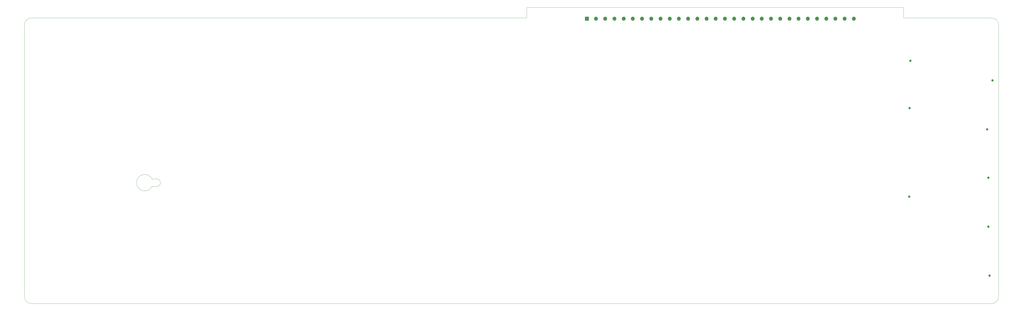
<source format=gbr>
%TF.GenerationSoftware,KiCad,Pcbnew,(5.99.0-12974-ge12f9a194d)*%
%TF.CreationDate,2021-10-29T16:05:09-04:00*%
%TF.ProjectId,FXTal_no_holes,46585461-6c5f-46e6-9f5f-686f6c65732e,rev?*%
%TF.SameCoordinates,PXe1237f8PYe7db780*%
%TF.FileFunction,Soldermask,Top*%
%TF.FilePolarity,Negative*%
%FSLAX46Y46*%
G04 Gerber Fmt 4.6, Leading zero omitted, Abs format (unit mm)*
G04 Created by KiCad (PCBNEW (5.99.0-12974-ge12f9a194d)) date 2021-10-29 16:05:09*
%MOMM*%
%LPD*%
G01*
G04 APERTURE LIST*
%TA.AperFunction,Profile*%
%ADD10C,0.050000*%
%TD*%
%ADD11R,1.700000X1.700000*%
%ADD12O,1.700000X1.700000*%
%ADD13C,1.000000*%
G04 APERTURE END LIST*
D10*
X-191375000Y84870000D02*
X21625000Y84870000D01*
X-194375000Y-35130000D02*
X-194362680Y82141607D01*
X221575000Y-38130000D02*
X-191375000Y-38130000D01*
X224575000Y81870000D02*
X224575000Y-35130000D01*
X221575000Y84870000D02*
X183625000Y84870000D01*
X-135875000Y13920000D02*
G75*
G03*
X-137524996Y15570000I-1649999J1D01*
G01*
X-191375000Y84870000D02*
G75*
G03*
X-194362680Y82141607I1J-3000002D01*
G01*
X21625000Y89370000D02*
X183625000Y89370000D01*
X21625000Y84870000D02*
X21625000Y89370000D01*
X-137525000Y12270004D02*
X-139475001Y12270000D01*
X183625000Y89370000D02*
X183625000Y84870000D01*
X-137525000Y12270004D02*
G75*
G03*
X-135875000Y13920000I4J1649996D01*
G01*
X221575000Y-38130000D02*
G75*
G03*
X224575000Y-35130000I-1J3000001D01*
G01*
X-194375000Y-35130000D02*
G75*
G03*
X-191375000Y-38130000I3000001J1D01*
G01*
X224575000Y81870000D02*
G75*
G03*
X221575000Y84870000I-3000001J-1D01*
G01*
X-139475001Y15570000D02*
X-137524996Y15570000D01*
X-139475001Y15570000D02*
G75*
G03*
X-139475001Y12270000I-3149999J-1650000D01*
G01*
D11*
%TO.C,J1*%
X47485000Y84520000D03*
D12*
X51445000Y84520000D03*
X55405000Y84520000D03*
X59365000Y84520000D03*
X63325000Y84520000D03*
X67285000Y84520000D03*
X71245000Y84520000D03*
X75205000Y84520000D03*
X79165000Y84520000D03*
X83125000Y84520000D03*
X87085000Y84520000D03*
X91045000Y84520000D03*
X95005000Y84520000D03*
X98965000Y84520000D03*
X102925000Y84520000D03*
X106885000Y84520000D03*
X110845000Y84520000D03*
X114805000Y84520000D03*
X118765000Y84520000D03*
X122725000Y84520000D03*
X126685000Y84520000D03*
X130645000Y84520000D03*
X134605000Y84520000D03*
X138565000Y84520000D03*
X142525000Y84520000D03*
X146485000Y84520000D03*
X150445000Y84520000D03*
X154405000Y84520000D03*
X158365000Y84520000D03*
X162325000Y84520000D03*
%TD*%
D13*
%TO.C,ROW_1_TP1*%
X220617000Y-26120000D03*
%TD*%
%TO.C,ROW_2_TP2*%
X220109000Y-5038000D03*
%TD*%
%TO.C,ROW_3_TP3*%
X220109000Y16044000D03*
%TD*%
%TO.C,ROW_4_TP4*%
X186073000Y7916000D03*
%TD*%
%TO.C,ROW_5_TP5*%
X219601000Y36872000D03*
%TD*%
%TO.C,ROW_6_TP6*%
X186325000Y46020000D03*
%TD*%
%TO.C,ROW_7_TP7*%
X221887000Y57954000D03*
%TD*%
%TO.C,ROW_8_TP8*%
X186625000Y66420000D03*
%TD*%
M02*

</source>
